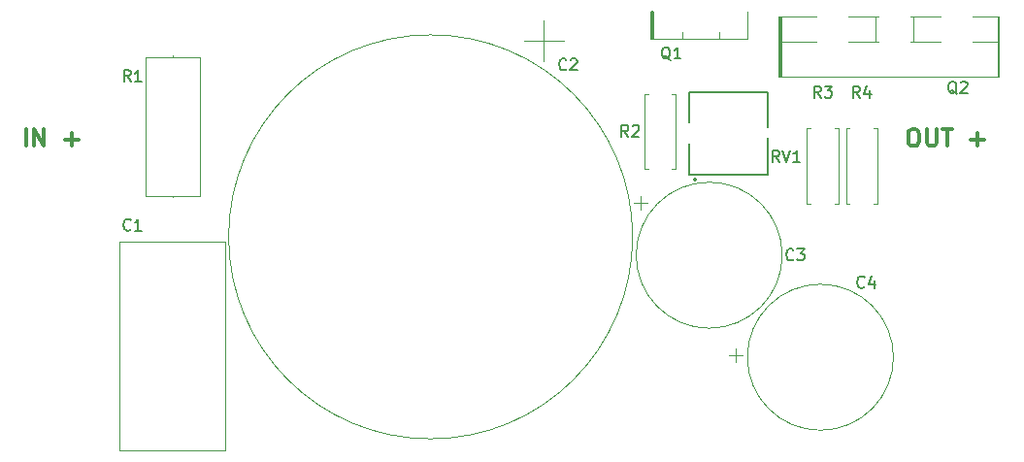
<source format=gto>
G04 #@! TF.GenerationSoftware,KiCad,Pcbnew,(5.0.0-3-g5ebb6b6)*
G04 #@! TF.CreationDate,2018-08-10T20:06:04-07:00*
G04 #@! TF.ProjectId,juma-adj-cx,6A756D612D61646A2D63782E6B696361,rev?*
G04 #@! TF.SameCoordinates,Original*
G04 #@! TF.FileFunction,Legend,Top*
G04 #@! TF.FilePolarity,Positive*
%FSLAX46Y46*%
G04 Gerber Fmt 4.6, Leading zero omitted, Abs format (unit mm)*
G04 Created by KiCad (PCBNEW (5.0.0-3-g5ebb6b6)) date Friday, August 10, 2018 at 08:06:04 PM*
%MOMM*%
%LPD*%
G01*
G04 APERTURE LIST*
%ADD10C,0.300000*%
%ADD11C,0.120000*%
%ADD12C,0.150000*%
%ADD13C,0.152400*%
G04 APERTURE END LIST*
D10*
X161000000Y-100578571D02*
X161285714Y-100578571D01*
X161428571Y-100650000D01*
X161571428Y-100792857D01*
X161642857Y-101078571D01*
X161642857Y-101578571D01*
X161571428Y-101864285D01*
X161428571Y-102007142D01*
X161285714Y-102078571D01*
X161000000Y-102078571D01*
X160857142Y-102007142D01*
X160714285Y-101864285D01*
X160642857Y-101578571D01*
X160642857Y-101078571D01*
X160714285Y-100792857D01*
X160857142Y-100650000D01*
X161000000Y-100578571D01*
X162285714Y-100578571D02*
X162285714Y-101792857D01*
X162357142Y-101935714D01*
X162428571Y-102007142D01*
X162571428Y-102078571D01*
X162857142Y-102078571D01*
X163000000Y-102007142D01*
X163071428Y-101935714D01*
X163142857Y-101792857D01*
X163142857Y-100578571D01*
X163642857Y-100578571D02*
X164500000Y-100578571D01*
X164071428Y-102078571D02*
X164071428Y-100578571D01*
X166142857Y-101507142D02*
X167285714Y-101507142D01*
X166714285Y-102078571D02*
X166714285Y-100935714D01*
X83714285Y-102078571D02*
X83714285Y-100578571D01*
X84428571Y-102078571D02*
X84428571Y-100578571D01*
X85285714Y-102078571D01*
X85285714Y-100578571D01*
X87142857Y-101507142D02*
X88285714Y-101507142D01*
X87714285Y-102078571D02*
X87714285Y-100935714D01*
D11*
G04 #@! TO.C,C3*
X149670000Y-111600000D02*
G75*
G03X149670000Y-111600000I-6370000J0D01*
G01*
X136682918Y-107025000D02*
X137932918Y-107025000D01*
X137307918Y-106400000D02*
X137307918Y-107650000D01*
G04 #@! TO.C,C4*
X145607918Y-119700000D02*
X145607918Y-120950000D01*
X144982918Y-120325000D02*
X146232918Y-120325000D01*
X159370000Y-120500000D02*
G75*
G03X159370000Y-120500000I-6370000J0D01*
G01*
G04 #@! TO.C,C2*
X136620000Y-110000000D02*
G75*
G03X136620000Y-110000000I-17620000J0D01*
G01*
X128875000Y-91145998D02*
X128875000Y-94645998D01*
X130625000Y-92895998D02*
X127125000Y-92895998D01*
G04 #@! TO.C,Q2*
X149399932Y-90779000D02*
X152600000Y-90779000D01*
X155400000Y-90779000D02*
X158051000Y-90779000D01*
X160850000Y-90779000D02*
X163500000Y-90779000D01*
X166300000Y-90779000D02*
X168600095Y-90779000D01*
X149399990Y-96020000D02*
X168600010Y-96020000D01*
X149399938Y-93020000D02*
X152600000Y-93020000D01*
X155400000Y-93020000D02*
X158051000Y-93020000D01*
X160850000Y-93020000D02*
X163500000Y-93020000D01*
X166300000Y-93020000D02*
X168600086Y-93020000D01*
X157800000Y-90779000D02*
X157800000Y-93020000D01*
X161100000Y-90779000D02*
X161100000Y-93020000D01*
D12*
X149400000Y-90800000D02*
X149400000Y-96000000D01*
X149500000Y-90800000D02*
X149500000Y-96000000D01*
X149600000Y-90800000D02*
X149600000Y-95900000D01*
X149600000Y-95900000D02*
X149600000Y-96000000D01*
X168600000Y-90800000D02*
X168600000Y-93000000D01*
X168600000Y-93000000D02*
X168600000Y-96000000D01*
D11*
G04 #@! TO.C,C1*
X101120000Y-128620000D02*
X91880000Y-128620000D01*
X101120000Y-110380000D02*
X91880000Y-110380000D01*
X91880000Y-110380000D02*
X91880000Y-128620000D01*
X101120000Y-110380000D02*
X101120000Y-128620000D01*
G04 #@! TO.C,Q1*
X138445000Y-92700763D02*
X146660000Y-92700763D01*
X146660000Y-90343971D02*
X146660000Y-92700763D01*
X140940000Y-92150000D02*
X140940000Y-92701452D01*
X144141000Y-92098603D02*
X144141000Y-92700792D01*
D12*
G36*
X138420000Y-90350000D02*
X138220000Y-90350000D01*
X138220000Y-92690000D01*
X138420000Y-92690000D01*
X138420000Y-90350000D01*
G37*
X138420000Y-90350000D02*
X138220000Y-90350000D01*
X138220000Y-92690000D01*
X138420000Y-92690000D01*
X138420000Y-90350000D01*
D13*
G04 #@! TO.C,RV1*
X141571000Y-104581400D02*
X148429000Y-104581400D01*
X148429000Y-104581400D02*
X148429000Y-101394324D01*
X148429000Y-97342400D02*
X141571000Y-97342400D01*
X141571000Y-97342400D02*
X141571000Y-99997514D01*
X141571000Y-101850086D02*
X141571000Y-104581400D01*
X148429000Y-100453276D02*
X148429000Y-97342400D01*
X142167000Y-105000000D02*
G75*
G03X142167000Y-105000000I-127000J0D01*
G01*
D11*
G04 #@! TO.C,R1*
X94130000Y-106450000D02*
X98870000Y-106450000D01*
X98870000Y-106450000D02*
X98870000Y-94310000D01*
X98870000Y-94310000D02*
X94130000Y-94310000D01*
X94130000Y-94310000D02*
X94130000Y-106450000D01*
X96500000Y-106560000D02*
X96500000Y-106450000D01*
X96500000Y-94200000D02*
X96500000Y-94310000D01*
G04 #@! TO.C,R2*
X140040000Y-97540000D02*
X140370000Y-97540000D01*
X140370000Y-97540000D02*
X140370000Y-104080000D01*
X140370000Y-104080000D02*
X140040000Y-104080000D01*
X137960000Y-97540000D02*
X137630000Y-97540000D01*
X137630000Y-97540000D02*
X137630000Y-104080000D01*
X137630000Y-104080000D02*
X137960000Y-104080000D01*
G04 #@! TO.C,R3*
X151830000Y-107080000D02*
X152160000Y-107080000D01*
X151830000Y-100540000D02*
X151830000Y-107080000D01*
X152160000Y-100540000D02*
X151830000Y-100540000D01*
X154570000Y-107080000D02*
X154240000Y-107080000D01*
X154570000Y-100540000D02*
X154570000Y-107080000D01*
X154240000Y-100540000D02*
X154570000Y-100540000D01*
G04 #@! TO.C,R4*
X157640000Y-100540000D02*
X157970000Y-100540000D01*
X157970000Y-100540000D02*
X157970000Y-107080000D01*
X157970000Y-107080000D02*
X157640000Y-107080000D01*
X155560000Y-100540000D02*
X155230000Y-100540000D01*
X155230000Y-100540000D02*
X155230000Y-107080000D01*
X155230000Y-107080000D02*
X155560000Y-107080000D01*
G04 #@! TO.C,C3*
D12*
X150633333Y-111957142D02*
X150585714Y-112004761D01*
X150442857Y-112052380D01*
X150347619Y-112052380D01*
X150204761Y-112004761D01*
X150109523Y-111909523D01*
X150061904Y-111814285D01*
X150014285Y-111623809D01*
X150014285Y-111480952D01*
X150061904Y-111290476D01*
X150109523Y-111195238D01*
X150204761Y-111100000D01*
X150347619Y-111052380D01*
X150442857Y-111052380D01*
X150585714Y-111100000D01*
X150633333Y-111147619D01*
X150966666Y-111052380D02*
X151585714Y-111052380D01*
X151252380Y-111433333D01*
X151395238Y-111433333D01*
X151490476Y-111480952D01*
X151538095Y-111528571D01*
X151585714Y-111623809D01*
X151585714Y-111861904D01*
X151538095Y-111957142D01*
X151490476Y-112004761D01*
X151395238Y-112052380D01*
X151109523Y-112052380D01*
X151014285Y-112004761D01*
X150966666Y-111957142D01*
G04 #@! TO.C,C4*
X156833333Y-114357142D02*
X156785714Y-114404761D01*
X156642857Y-114452380D01*
X156547619Y-114452380D01*
X156404761Y-114404761D01*
X156309523Y-114309523D01*
X156261904Y-114214285D01*
X156214285Y-114023809D01*
X156214285Y-113880952D01*
X156261904Y-113690476D01*
X156309523Y-113595238D01*
X156404761Y-113500000D01*
X156547619Y-113452380D01*
X156642857Y-113452380D01*
X156785714Y-113500000D01*
X156833333Y-113547619D01*
X157690476Y-113785714D02*
X157690476Y-114452380D01*
X157452380Y-113404761D02*
X157214285Y-114119047D01*
X157833333Y-114119047D01*
G04 #@! TO.C,C2*
X130833333Y-95357142D02*
X130785714Y-95404761D01*
X130642857Y-95452380D01*
X130547619Y-95452380D01*
X130404761Y-95404761D01*
X130309523Y-95309523D01*
X130261904Y-95214285D01*
X130214285Y-95023809D01*
X130214285Y-94880952D01*
X130261904Y-94690476D01*
X130309523Y-94595238D01*
X130404761Y-94500000D01*
X130547619Y-94452380D01*
X130642857Y-94452380D01*
X130785714Y-94500000D01*
X130833333Y-94547619D01*
X131214285Y-94547619D02*
X131261904Y-94500000D01*
X131357142Y-94452380D01*
X131595238Y-94452380D01*
X131690476Y-94500000D01*
X131738095Y-94547619D01*
X131785714Y-94642857D01*
X131785714Y-94738095D01*
X131738095Y-94880952D01*
X131166666Y-95452380D01*
X131785714Y-95452380D01*
G04 #@! TO.C,Q2*
X164904761Y-97547619D02*
X164809523Y-97500000D01*
X164714285Y-97404761D01*
X164571428Y-97261904D01*
X164476190Y-97214285D01*
X164380952Y-97214285D01*
X164428571Y-97452380D02*
X164333333Y-97404761D01*
X164238095Y-97309523D01*
X164190476Y-97119047D01*
X164190476Y-96785714D01*
X164238095Y-96595238D01*
X164333333Y-96500000D01*
X164428571Y-96452380D01*
X164619047Y-96452380D01*
X164714285Y-96500000D01*
X164809523Y-96595238D01*
X164857142Y-96785714D01*
X164857142Y-97119047D01*
X164809523Y-97309523D01*
X164714285Y-97404761D01*
X164619047Y-97452380D01*
X164428571Y-97452380D01*
X165238095Y-96547619D02*
X165285714Y-96500000D01*
X165380952Y-96452380D01*
X165619047Y-96452380D01*
X165714285Y-96500000D01*
X165761904Y-96547619D01*
X165809523Y-96642857D01*
X165809523Y-96738095D01*
X165761904Y-96880952D01*
X165190476Y-97452380D01*
X165809523Y-97452380D01*
G04 #@! TO.C,C1*
X92833333Y-109357142D02*
X92785714Y-109404761D01*
X92642857Y-109452380D01*
X92547619Y-109452380D01*
X92404761Y-109404761D01*
X92309523Y-109309523D01*
X92261904Y-109214285D01*
X92214285Y-109023809D01*
X92214285Y-108880952D01*
X92261904Y-108690476D01*
X92309523Y-108595238D01*
X92404761Y-108500000D01*
X92547619Y-108452380D01*
X92642857Y-108452380D01*
X92785714Y-108500000D01*
X92833333Y-108547619D01*
X93785714Y-109452380D02*
X93214285Y-109452380D01*
X93500000Y-109452380D02*
X93500000Y-108452380D01*
X93404761Y-108595238D01*
X93309523Y-108690476D01*
X93214285Y-108738095D01*
G04 #@! TO.C,Q1*
X139904761Y-94547619D02*
X139809523Y-94500000D01*
X139714285Y-94404761D01*
X139571428Y-94261904D01*
X139476190Y-94214285D01*
X139380952Y-94214285D01*
X139428571Y-94452380D02*
X139333333Y-94404761D01*
X139238095Y-94309523D01*
X139190476Y-94119047D01*
X139190476Y-93785714D01*
X139238095Y-93595238D01*
X139333333Y-93500000D01*
X139428571Y-93452380D01*
X139619047Y-93452380D01*
X139714285Y-93500000D01*
X139809523Y-93595238D01*
X139857142Y-93785714D01*
X139857142Y-94119047D01*
X139809523Y-94309523D01*
X139714285Y-94404761D01*
X139619047Y-94452380D01*
X139428571Y-94452380D01*
X140809523Y-94452380D02*
X140238095Y-94452380D01*
X140523809Y-94452380D02*
X140523809Y-93452380D01*
X140428571Y-93595238D01*
X140333333Y-93690476D01*
X140238095Y-93738095D01*
G04 #@! TO.C,RV1*
X149404761Y-103452380D02*
X149071428Y-102976190D01*
X148833333Y-103452380D02*
X148833333Y-102452380D01*
X149214285Y-102452380D01*
X149309523Y-102500000D01*
X149357142Y-102547619D01*
X149404761Y-102642857D01*
X149404761Y-102785714D01*
X149357142Y-102880952D01*
X149309523Y-102928571D01*
X149214285Y-102976190D01*
X148833333Y-102976190D01*
X149690476Y-102452380D02*
X150023809Y-103452380D01*
X150357142Y-102452380D01*
X151214285Y-103452380D02*
X150642857Y-103452380D01*
X150928571Y-103452380D02*
X150928571Y-102452380D01*
X150833333Y-102595238D01*
X150738095Y-102690476D01*
X150642857Y-102738095D01*
G04 #@! TO.C,R1*
X92833333Y-96452380D02*
X92500000Y-95976190D01*
X92261904Y-96452380D02*
X92261904Y-95452380D01*
X92642857Y-95452380D01*
X92738095Y-95500000D01*
X92785714Y-95547619D01*
X92833333Y-95642857D01*
X92833333Y-95785714D01*
X92785714Y-95880952D01*
X92738095Y-95928571D01*
X92642857Y-95976190D01*
X92261904Y-95976190D01*
X93785714Y-96452380D02*
X93214285Y-96452380D01*
X93500000Y-96452380D02*
X93500000Y-95452380D01*
X93404761Y-95595238D01*
X93309523Y-95690476D01*
X93214285Y-95738095D01*
G04 #@! TO.C,R2*
X136233333Y-101252380D02*
X135900000Y-100776190D01*
X135661904Y-101252380D02*
X135661904Y-100252380D01*
X136042857Y-100252380D01*
X136138095Y-100300000D01*
X136185714Y-100347619D01*
X136233333Y-100442857D01*
X136233333Y-100585714D01*
X136185714Y-100680952D01*
X136138095Y-100728571D01*
X136042857Y-100776190D01*
X135661904Y-100776190D01*
X136614285Y-100347619D02*
X136661904Y-100300000D01*
X136757142Y-100252380D01*
X136995238Y-100252380D01*
X137090476Y-100300000D01*
X137138095Y-100347619D01*
X137185714Y-100442857D01*
X137185714Y-100538095D01*
X137138095Y-100680952D01*
X136566666Y-101252380D01*
X137185714Y-101252380D01*
G04 #@! TO.C,R3*
X153033333Y-97852380D02*
X152700000Y-97376190D01*
X152461904Y-97852380D02*
X152461904Y-96852380D01*
X152842857Y-96852380D01*
X152938095Y-96900000D01*
X152985714Y-96947619D01*
X153033333Y-97042857D01*
X153033333Y-97185714D01*
X152985714Y-97280952D01*
X152938095Y-97328571D01*
X152842857Y-97376190D01*
X152461904Y-97376190D01*
X153366666Y-96852380D02*
X153985714Y-96852380D01*
X153652380Y-97233333D01*
X153795238Y-97233333D01*
X153890476Y-97280952D01*
X153938095Y-97328571D01*
X153985714Y-97423809D01*
X153985714Y-97661904D01*
X153938095Y-97757142D01*
X153890476Y-97804761D01*
X153795238Y-97852380D01*
X153509523Y-97852380D01*
X153414285Y-97804761D01*
X153366666Y-97757142D01*
G04 #@! TO.C,R4*
X156433333Y-97852380D02*
X156100000Y-97376190D01*
X155861904Y-97852380D02*
X155861904Y-96852380D01*
X156242857Y-96852380D01*
X156338095Y-96900000D01*
X156385714Y-96947619D01*
X156433333Y-97042857D01*
X156433333Y-97185714D01*
X156385714Y-97280952D01*
X156338095Y-97328571D01*
X156242857Y-97376190D01*
X155861904Y-97376190D01*
X157290476Y-97185714D02*
X157290476Y-97852380D01*
X157052380Y-96804761D02*
X156814285Y-97519047D01*
X157433333Y-97519047D01*
G04 #@! TD*
M02*

</source>
